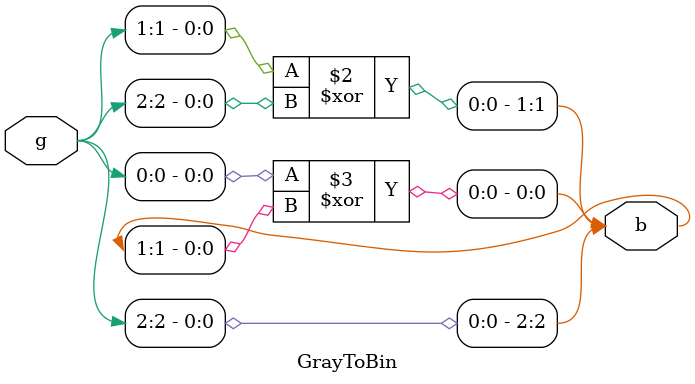
<source format=v>
`timescale 1ns / 1ps
module GrayToBin(
	input [2:0]g,
	output [2:0]b
    );
	reg [2:0]b;
	
	always @ (g)

	begin
		b[2] = g[2];
		b[1] = g[1] ^ b[2];
		b[0] = g[0] ^ b[1];
	end
	
endmodule

</source>
